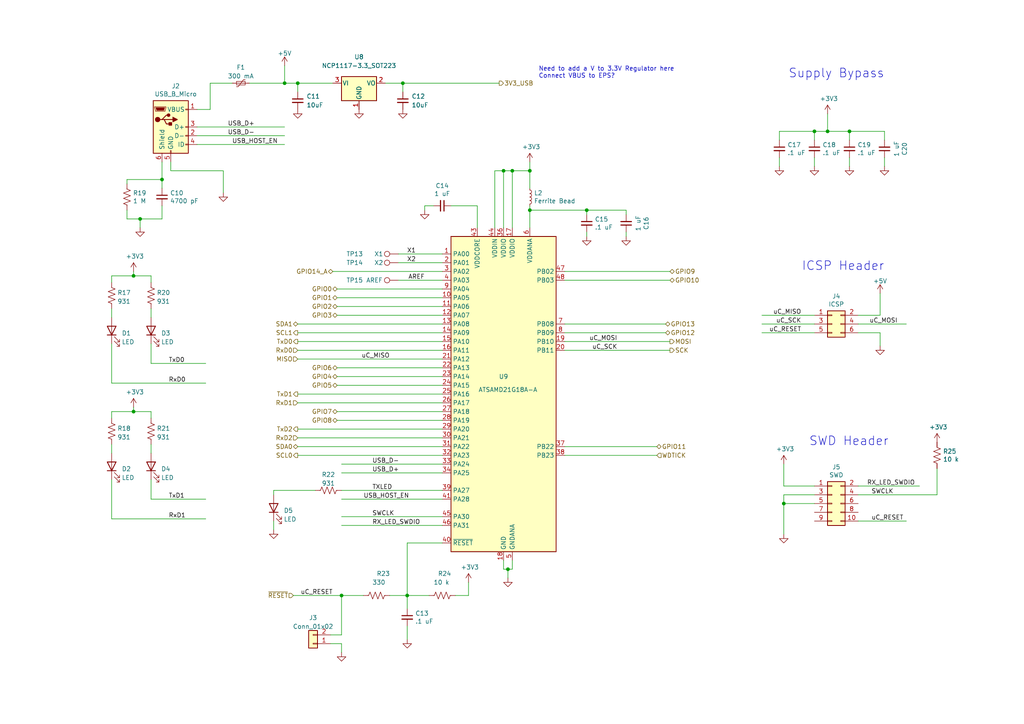
<source format=kicad_sch>
(kicad_sch (version 20211123) (generator eeschema)
  (paper "A4")
  (title_block (title "Avionics Board") (rev "A") (company "SilverSat Limited"))
  (lib_symbols
    (symbol "Avionics_Board-rescue:USB_B_Micro-Connector" (pin_names (offset 1.016))
      (property "Reference" "J" (at -5.08 11.43 0))
      (property "Value" "USB_B_Micro-Connector" (at -5.08 8.89 0))
      (symbol "USB_B_Micro-Connector_0_1"
        (rectangle (start -5.08 -7.62) (end 5.08 7.62) (stroke (width 0.254)) (fill (type background)))
        (circle (center -3.81 2.159) (radius 0.635) (stroke (width 0.254)) (fill (type outline)))
        (circle (center -0.635 3.429) (radius 0.381) (stroke (width 0.254)) (fill (type outline)))
        (rectangle (start -0.127 -7.62) (end 0.127 -6.858))
        (polyline (pts (xy -1.905 2.159) (xy 0.635 2.159)) (stroke (width 0.254)))
        (polyline (pts (xy -3.175 2.159) (xy -2.54 2.159) (xy -1.27 3.429) (xy -0.635 3.429)) (stroke (width 0.254)))
        (polyline (pts (xy -2.54 2.159) (xy -1.905 2.159) (xy -1.27 0.889) (xy 0 0.889)) (stroke (width 0.254)))
        (polyline (pts (xy 0.635 2.794) (xy 0.635 1.524) (xy 1.905 2.159) (xy 0.635 2.794)) (stroke (width 0.254)) (fill (type outline)))
        (polyline (pts (xy -4.318 5.588) (xy -1.778 5.588) (xy -2.032 4.826) (xy -4.064 4.826) (xy -4.318 5.588)) (fill (type outline)))
        (polyline (pts (xy -4.699 5.842) (xy -4.699 5.588) (xy -4.445 4.826) (xy -4.445 4.572) (xy -1.651 4.572) (xy -1.651 4.826) (xy -1.397 5.588) (xy -1.397 5.842) (xy -4.699 5.842)))
        (rectangle (start 0.254 1.27) (end -0.508 0.508) (stroke (width 0.254)) (fill (type outline)))
        (rectangle (start 5.08 -5.207) (end 4.318 -4.953))
        (rectangle (start 5.08 -2.667) (end 4.318 -2.413))
        (rectangle (start 5.08 -0.127) (end 4.318 0.127))
        (rectangle (start 5.08 4.953) (end 4.318 5.207))
      )
      (symbol "USB_B_Micro-Connector_1_1"
        (pin power_out line (at 7.62 5.08 180) (length 2.54) (name "VBUS") (number "1"))
        (pin passive line (at 7.62 -2.54 180) (length 2.54) (name "D-") (number "2"))
        (pin passive line (at 7.62 0 180) (length 2.54) (name "D+") (number "3"))
        (pin passive line (at 7.62 -5.08 180) (length 2.54) (name "ID") (number "4"))
        (pin power_out line (at 0 -10.16 90) (length 2.54) (name "GND") (number "5"))
        (pin passive line (at -2.54 -10.16 90) (length 2.54) (name "Shield") (number "6"))
      )
    )
    (symbol "Connector:TestPoint" (pin_numbers hide) (pin_names (offset 0.762) hide)
      (property "Reference" "TP" (at 0 6.858 0))
      (property "Value" "TestPoint" (at 0 5.08 0))
      (symbol "TestPoint_0_1"
        (circle (center 0 3.302) (radius 0.762))
      )
      (symbol "TestPoint_1_1"
        (pin passive line (at 0 0 90) (length 2.54) (name "1") (number "1"))
      )
    )
    (symbol "Connector_Generic:Conn_01x02" (pin_names (offset 1.016) hide)
      (property "Reference" "J" (at 0 2.54 0))
      (property "Value" "Conn_01x02" (at 0 -5.08 0))
      (symbol "Conn_01x02_1_1"
        (rectangle (start -1.27 -2.413) (end 0 -2.667) (stroke (width 0.1524)))
        (rectangle (start -1.27 0.127) (end 0 -0.127) (stroke (width 0.1524)))
        (rectangle (start -1.27 1.27) (end 1.27 -3.81) (stroke (width 0.254)) (fill (type background)))
        (pin passive line (at -5.08 0 0) (length 3.81) (name "Pin_1") (number "1"))
        (pin passive line (at -5.08 -2.54 0) (length 3.81) (name "Pin_2") (number "2"))
      )
    )
    (symbol "Connector_Generic:Conn_02x03_Odd_Even" (pin_names (offset 1.016) hide)
      (property "Reference" "J" (at 1.27 5.08 0))
      (property "Value" "Conn_02x03_Odd_Even" (at 1.27 -5.08 0))
      (symbol "Conn_02x03_Odd_Even_1_1"
        (rectangle (start -1.27 -2.413) (end 0 -2.667) (stroke (width 0.1524)))
        (rectangle (start -1.27 0.127) (end 0 -0.127) (stroke (width 0.1524)))
        (rectangle (start -1.27 2.667) (end 0 2.413) (stroke (width 0.1524)))
        (rectangle (start -1.27 3.81) (end 3.81 -3.81) (stroke (width 0.254)) (fill (type background)))
        (rectangle (start 3.81 -2.413) (end 2.54 -2.667) (stroke (width 0.1524)))
        (rectangle (start 3.81 0.127) (end 2.54 -0.127) (stroke (width 0.1524)))
        (rectangle (start 3.81 2.667) (end 2.54 2.413) (stroke (width 0.1524)))
        (pin passive line (at -5.08 2.54 0) (length 3.81) (name "Pin_1") (number "1"))
        (pin passive line (at 7.62 2.54 180) (length 3.81) (name "Pin_2") (number "2"))
        (pin passive line (at -5.08 0 0) (length 3.81) (name "Pin_3") (number "3"))
        (pin passive line (at 7.62 0 180) (length 3.81) (name "Pin_4") (number "4"))
        (pin passive line (at -5.08 -2.54 0) (length 3.81) (name "Pin_5") (number "5"))
        (pin passive line (at 7.62 -2.54 180) (length 3.81) (name "Pin_6") (number "6"))
      )
    )
    (symbol "Connector_Generic:Conn_02x05_Odd_Even" (pin_names (offset 1.016) hide)
      (property "Reference" "J" (at 1.27 7.62 0))
      (property "Value" "Conn_02x05_Odd_Even" (at 1.27 -7.62 0))
      (symbol "Conn_02x05_Odd_Even_1_1"
        (rectangle (start -1.27 -4.953) (end 0 -5.207) (stroke (width 0.1524)))
        (rectangle (start -1.27 -2.413) (end 0 -2.667) (stroke (width 0.1524)))
        (rectangle (start -1.27 0.127) (end 0 -0.127) (stroke (width 0.1524)))
        (rectangle (start -1.27 2.667) (end 0 2.413) (stroke (width 0.1524)))
        (rectangle (start -1.27 5.207) (end 0 4.953) (stroke (width 0.1524)))
        (rectangle (start -1.27 6.35) (end 3.81 -6.35) (stroke (width 0.254)) (fill (type background)))
        (rectangle (start 3.81 -4.953) (end 2.54 -5.207) (stroke (width 0.1524)))
        (rectangle (start 3.81 -2.413) (end 2.54 -2.667) (stroke (width 0.1524)))
        (rectangle (start 3.81 0.127) (end 2.54 -0.127) (stroke (width 0.1524)))
        (rectangle (start 3.81 2.667) (end 2.54 2.413) (stroke (width 0.1524)))
        (rectangle (start 3.81 5.207) (end 2.54 4.953) (stroke (width 0.1524)))
        (pin passive line (at -5.08 5.08 0) (length 3.81) (name "Pin_1") (number "1"))
        (pin passive line (at 7.62 -5.08 180) (length 3.81) (name "Pin_10") (number "10"))
        (pin passive line (at 7.62 5.08 180) (length 3.81) (name "Pin_2") (number "2"))
        (pin passive line (at -5.08 2.54 0) (length 3.81) (name "Pin_3") (number "3"))
        (pin passive line (at 7.62 2.54 180) (length 3.81) (name "Pin_4") (number "4"))
        (pin passive line (at -5.08 0 0) (length 3.81) (name "Pin_5") (number "5"))
        (pin passive line (at 7.62 0 180) (length 3.81) (name "Pin_6") (number "6"))
        (pin passive line (at -5.08 -2.54 0) (length 3.81) (name "Pin_7") (number "7"))
        (pin passive line (at 7.62 -2.54 180) (length 3.81) (name "Pin_8") (number "8"))
        (pin passive line (at -5.08 -5.08 0) (length 3.81) (name "Pin_9") (number "9"))
      )
    )
    (symbol "Device:C_Small" (pin_numbers hide) (pin_names (offset 0.254) hide)
      (property "Reference" "C" (at 0.254 1.778 0))
      (property "Value" "C_Small" (at 0.254 -2.032 0))
      (symbol "C_Small_0_1"
        (polyline (pts (xy -1.524 -0.508) (xy 1.524 -0.508)) (stroke (width 0.3302)))
        (polyline (pts (xy -1.524 0.508) (xy 1.524 0.508)) (stroke (width 0.3048)))
      )
      (symbol "C_Small_1_1"
        (pin passive line (at 0 2.54 270) (length 2.032) (name "~") (number "1"))
        (pin passive line (at 0 -2.54 90) (length 2.032) (name "~") (number "2"))
      )
    )
    (symbol "Device:LED" (pin_numbers hide) (pin_names (offset 1.016) hide)
      (property "Reference" "D" (at 0 2.54 0))
      (property "Value" "LED" (at 0 -2.54 0))
      (symbol "LED_0_1"
        (polyline (pts (xy -1.27 -1.27) (xy -1.27 1.27)) (stroke (width 0.254)))
        (polyline (pts (xy -1.27 0) (xy 1.27 0)))
        (polyline (pts (xy 1.27 -1.27) (xy 1.27 1.27) (xy -1.27 0) (xy 1.27 -1.27)) (stroke (width 0.254)))
        (polyline (pts (xy -3.048 -0.762) (xy -4.572 -2.286) (xy -3.81 -2.286) (xy -4.572 -2.286) (xy -4.572 -1.524)))
        (polyline (pts (xy -1.778 -0.762) (xy -3.302 -2.286) (xy -2.54 -2.286) (xy -3.302 -2.286) (xy -3.302 -1.524)))
      )
      (symbol "LED_1_1"
        (pin passive line (at -3.81 0 0) (length 2.54) (name "K") (number "1"))
        (pin passive line (at 3.81 0 180) (length 2.54) (name "A") (number "2"))
      )
    )
    (symbol "Device:L_Small" (pin_numbers hide) (pin_names (offset 0.254) hide)
      (property "Reference" "L" (at 0.762 1.016 0))
      (property "Value" "L_Small" (at 0.762 -1.016 0))
      (symbol "L_Small_0_1"
        (arc (start 0 -2.032) (mid 0.508 -1.524) (end 0 -1.016))
        (arc (start 0 -1.016) (mid 0.508 -0.508) (end 0 0))
        (arc (start 0 0) (mid 0.508 0.508) (end 0 1.016))
        (arc (start 0 1.016) (mid 0.508 1.524) (end 0 2.032))
      )
      (symbol "L_Small_1_1"
        (pin passive line (at 0 2.54 270) (length 0.508) (name "~") (number "1"))
        (pin passive line (at 0 -2.54 90) (length 0.508) (name "~") (number "2"))
      )
    )
    (symbol "Device:Polyfuse_Small" (pin_numbers hide) (pin_names (offset 0))
      (property "Reference" "F" (at -1.905 0 90))
      (property "Value" "Polyfuse_Small" (at 1.905 0 90))
      (symbol "Polyfuse_Small_0_1"
        (rectangle (start -0.508 1.27) (end 0.508 -1.27))
        (polyline (pts (xy 0 2.54) (xy 0 -2.54)))
        (polyline (pts (xy -1.016 1.27) (xy -1.016 0.762) (xy 1.016 -0.762) (xy 1.016 -1.27)))
      )
      (symbol "Polyfuse_Small_1_1"
        (pin passive line (at 0 2.54 270) (length 0.635) (name "~") (number "1"))
        (pin passive line (at 0 -2.54 90) (length 0.635) (name "~") (number "2"))
      )
    )
    (symbol "Device:R_US" (pin_numbers hide) (pin_names (offset 0))
      (property "Reference" "R" (at 2.54 0 90))
      (property "Value" "R_US" (at -2.54 0 90))
      (symbol "R_US_0_1"
        (polyline (pts (xy 0 -2.286) (xy 0 -2.54)))
        (polyline (pts (xy 0 2.286) (xy 0 2.54)))
        (polyline (pts (xy 0 -0.762) (xy 1.016 -1.143) (xy 0 -1.524) (xy -1.016 -1.905) (xy 0 -2.286)))
        (polyline (pts (xy 0 0.762) (xy 1.016 0.381) (xy 0 0) (xy -1.016 -0.381) (xy 0 -0.762)))
        (polyline (pts (xy 0 2.286) (xy 1.016 1.905) (xy 0 1.524) (xy -1.016 1.143) (xy 0 0.762)))
      )
      (symbol "R_US_1_1"
        (pin passive line (at 0 3.81 270) (length 1.27) (name "~") (number "1"))
        (pin passive line (at 0 -3.81 90) (length 1.27) (name "~") (number "2"))
      )
    )
    (symbol "MCU_Microchip_SAMD:ATSAMD21G18A-A"
      (property "Reference" "U" (at -13.97 46.99 0))
      (property "Value" "ATSAMD21G18A-A" (at 16.51 46.99 0))
      (symbol "ATSAMD21G18A-A_0_1"
        (rectangle (start -15.24 45.72) (end 15.24 -45.72) (stroke (width 0.254)) (fill (type background)))
      )
      (symbol "ATSAMD21G18A-A_1_1"
        (pin bidirectional line (at -17.78 40.64 0) (length 2.54) (name "PA00") (number "1"))
        (pin bidirectional line (at -17.78 27.94 0) (length 2.54) (name "PA05") (number "10"))
        (pin bidirectional line (at -17.78 25.4 0) (length 2.54) (name "PA06") (number "11"))
        (pin bidirectional line (at -17.78 22.86 0) (length 2.54) (name "PA07") (number "12"))
        (pin bidirectional line (at -17.78 20.32 0) (length 2.54) (name "PA08") (number "13"))
        (pin bidirectional line (at -17.78 17.78 0) (length 2.54) (name "PA09") (number "14"))
        (pin bidirectional line (at -17.78 15.24 0) (length 2.54) (name "PA10") (number "15"))
        (pin bidirectional line (at -17.78 12.7 0) (length 2.54) (name "PA11") (number "16"))
        (pin power_in line (at 2.54 48.26 270) (length 2.54) (name "VDDIO") (number "17"))
        (pin power_in line (at 0 -48.26 90) (length 2.54) (name "GND") (number "18"))
        (pin bidirectional line (at 17.78 15.24 180) (length 2.54) (name "PB10") (number "19"))
        (pin bidirectional line (at -17.78 38.1 0) (length 2.54) (name "PA01") (number "2"))
        (pin bidirectional line (at 17.78 12.7 180) (length 2.54) (name "PB11") (number "20"))
        (pin bidirectional line (at -17.78 10.16 0) (length 2.54) (name "PA12") (number "21"))
        (pin bidirectional line (at -17.78 7.62 0) (length 2.54) (name "PA13") (number "22"))
        (pin bidirectional line (at -17.78 5.08 0) (length 2.54) (name "PA14") (number "23"))
        (pin bidirectional line (at -17.78 2.54 0) (length 2.54) (name "PA15") (number "24"))
        (pin bidirectional line (at -17.78 0 0) (length 2.54) (name "PA16") (number "25"))
        (pin bidirectional line (at -17.78 -2.54 0) (length 2.54) (name "PA17") (number "26"))
        (pin bidirectional line (at -17.78 -5.08 0) (length 2.54) (name "PA18") (number "27"))
        (pin bidirectional line (at -17.78 -7.62 0) (length 2.54) (name "PA19") (number "28"))
        (pin bidirectional line (at -17.78 -10.16 0) (length 2.54) (name "PA20") (number "29"))
        (pin bidirectional line (at -17.78 35.56 0) (length 2.54) (name "PA02") (number "3"))
        (pin bidirectional line (at -17.78 -12.7 0) (length 2.54) (name "PA21") (number "30"))
        (pin bidirectional line (at -17.78 -15.24 0) (length 2.54) (name "PA22") (number "31"))
        (pin bidirectional line (at -17.78 -17.78 0) (length 2.54) (name "PA23") (number "32"))
        (pin bidirectional line (at -17.78 -20.32 0) (length 2.54) (name "PA24") (number "33"))
        (pin bidirectional line (at -17.78 -22.86 0) (length 2.54) (name "PA25") (number "34"))
        (pin passive line (at 0 -48.26 90) (length 2.54) hide (name "GND") (number "35"))
        (pin power_in line (at 0 48.26 270) (length 2.54) (name "VDDIO") (number "36"))
        (pin bidirectional line (at 17.78 -15.24 180) (length 2.54) (name "PB22") (number "37"))
        (pin bidirectional line (at 17.78 -17.78 180) (length 2.54) (name "PB23") (number "38"))
        (pin bidirectional line (at -17.78 -27.94 0) (length 2.54) (name "PA27") (number "39"))
        (pin bidirectional line (at -17.78 33.02 0) (length 2.54) (name "PA03") (number "4"))
        (pin input line (at -17.78 -43.18 0) (length 2.54) (name "~{RESET}") (number "40"))
        (pin bidirectional line (at -17.78 -30.48 0) (length 2.54) (name "PA28") (number "41"))
        (pin passive line (at 0 -48.26 90) (length 2.54) hide (name "GND") (number "42"))
        (pin power_out line (at -7.62 48.26 270) (length 2.54) (name "VDDCORE") (number "43"))
        (pin power_in line (at -2.54 48.26 270) (length 2.54) (name "VDDIN") (number "44"))
        (pin bidirectional line (at -17.78 -35.56 0) (length 2.54) (name "PA30") (number "45"))
        (pin bidirectional line (at -17.78 -38.1 0) (length 2.54) (name "PA31") (number "46"))
        (pin bidirectional line (at 17.78 35.56 180) (length 2.54) (name "PB02") (number "47"))
        (pin bidirectional line (at 17.78 33.02 180) (length 2.54) (name "PB03") (number "48"))
        (pin power_in line (at 2.54 -48.26 90) (length 2.54) (name "GNDANA") (number "5"))
        (pin power_in line (at 7.62 48.26 270) (length 2.54) (name "VDDANA") (number "6"))
        (pin bidirectional line (at 17.78 20.32 180) (length 2.54) (name "PB08") (number "7"))
        (pin bidirectional line (at 17.78 17.78 180) (length 2.54) (name "PB09") (number "8"))
        (pin bidirectional line (at -17.78 30.48 0) (length 2.54) (name "PA04") (number "9"))
      )
    )
    (symbol "Regulator_Linear:NCP1117-3.3_SOT223" (pin_names (offset 0.254))
      (property "Reference" "U" (at -3.81 3.175 0))
      (property "Value" "NCP1117-3.3_SOT223" (at 0 3.175 0))
      (symbol "NCP1117-3.3_SOT223_0_1"
        (rectangle (start -5.08 -5.08) (end 5.08 1.905) (stroke (width 0.254)) (fill (type background)))
      )
      (symbol "NCP1117-3.3_SOT223_1_1"
        (pin power_in line (at 0 -7.62 90) (length 2.54) (name "GND") (number "1"))
        (pin power_out line (at 7.62 0 180) (length 2.54) (name "VO") (number "2"))
        (pin power_in line (at -7.62 0 0) (length 2.54) (name "VI") (number "3"))
      )
    )
    (symbol "power:+3.3V" (power) (pin_names (offset 0))
      (property "Value" "+3.3V" (at 0 3.556 0))
      (symbol "+3.3V_0_1"
        (polyline (pts (xy -0.762 1.27) (xy 0 2.54)))
        (polyline (pts (xy 0 0) (xy 0 2.54)))
        (polyline (pts (xy 0 2.54) (xy 0.762 1.27)))
      )
      (symbol "+3.3V_1_1"
        (pin power_in line (at 0 0 90) (length 0) hide (name "+3V3") (number "1"))
      )
    )
    (symbol "power:+5V" (power) (pin_names (offset 0))
      (property "Value" "+5V" (at 0 3.556 0))
      (symbol "+5V_0_1"
        (polyline (pts (xy -0.762 1.27) (xy 0 2.54)))
        (polyline (pts (xy 0 0) (xy 0 2.54)))
        (polyline (pts (xy 0 2.54) (xy 0.762 1.27)))
      )
      (symbol "+5V_1_1"
        (pin power_in line (at 0 0 90) (length 0) hide (name "+5V") (number "1"))
      )
    )
    (symbol "power:GND" (power) (pin_names (offset 0))
      (property "Value" "GND" (at 0 -3.81 0))
      (symbol "GND_0_1"
        (polyline (pts (xy 0 0) (xy 0 -1.27) (xy 1.27 -1.27) (xy 0 -2.54) (xy -1.27 -1.27) (xy 0 -1.27)))
      )
      (symbol "GND_1_1"
        (pin power_in line (at 0 0 270) (length 0) hide (name "GND") (number "1"))
      )
    )
  )
  (junction (at 236.22 38.1))
  (junction (at 86.36 24.13))
  (junction (at 82.55 24.13))
  (junction (at 227.33 146.05))
  (junction (at 118.11 172.72))
  (junction (at 99.06 172.72))
  (junction (at 38.735 80.01))
  (junction (at 46.99 52.07))
  (junction (at 116.84 24.13))
  (junction (at 153.67 49.53))
  (junction (at 146.05 49.53))
  (junction (at 40.64 63.5))
  (junction (at 148.59 49.53))
  (junction (at 170.18 60.96))
  (junction (at 246.38 38.1))
  (junction (at 147.32 165.1))
  (junction (at 153.67 60.96))
  (junction (at 38.735 119.38))
  (junction (at 240.03 38.1))
  (wire (pts (xy 111.76 24.13) (xy 116.84 24.13)))
  (wire (pts (xy 226.06 45.72) (xy 226.06 48.26)))
  (wire (pts (xy 38.735 118.11) (xy 38.735 119.38)))
  (wire (pts (xy 236.22 96.52) (xy 220.98 96.52)))
  (wire (pts (xy 146.05 66.04) (xy 146.05 49.53)))
  (wire (pts (xy 38.735 119.38) (xy 43.815 119.38)))
  (wire (pts (xy 97.79 106.68) (xy 128.27 106.68)))
  (wire (pts (xy 97.79 91.44) (xy 128.27 91.44)))
  (wire (pts (xy 170.18 62.23) (xy 170.18 60.96)))
  (wire (pts (xy 95.885 186.69) (xy 99.06 186.69)))
  (wire (pts (xy 128.27 76.2) (xy 115.57 76.2)))
  (wire (pts (xy 97.79 111.76) (xy 128.27 111.76)))
  (wire (pts (xy 236.22 93.98) (xy 220.98 93.98)))
  (wire (pts (xy 148.59 66.04) (xy 148.59 49.53)))
  (wire (pts (xy 36.83 52.07) (xy 36.83 53.34)))
  (wire (pts (xy 57.15 31.75) (xy 60.96 31.75)))
  (wire (pts (xy 105.41 172.72) (xy 99.06 172.72)))
  (wire (pts (xy 128.27 142.24) (xy 99.06 142.24)))
  (wire (pts (xy 49.53 49.53) (xy 64.77 49.53)))
  (wire (pts (xy 128.27 137.16) (xy 99.06 137.16)))
  (wire (pts (xy 236.22 146.05) (xy 227.33 146.05)))
  (wire (pts (xy 46.99 54.61) (xy 46.99 52.07)))
  (wire (pts (xy 147.32 167.64) (xy 147.32 165.1)))
  (wire (pts (xy 128.27 81.28) (xy 115.57 81.28)))
  (wire (pts (xy 46.99 52.07) (xy 36.83 52.07)))
  (wire (pts (xy 123.19 59.69) (xy 125.73 59.69)))
  (wire (pts (xy 128.27 78.74) (xy 96.52 78.74)))
  (wire (pts (xy 97.79 119.38) (xy 128.27 119.38)))
  (wire (pts (xy 236.22 38.1) (xy 240.03 38.1)))
  (wire (pts (xy 240.03 33.02) (xy 240.03 38.1)))
  (wire (pts (xy 240.03 38.1) (xy 246.38 38.1)))
  (wire (pts (xy 128.27 114.3) (xy 86.36 114.3)))
  (wire (pts (xy 256.54 38.1) (xy 246.38 38.1)))
  (wire (pts (xy 43.815 105.41) (xy 59.69 105.41)))
  (wire (pts (xy 181.61 62.23) (xy 181.61 60.96)))
  (wire (pts (xy 148.59 49.53) (xy 153.67 49.53)))
  (wire (pts (xy 128.27 101.6) (xy 86.36 101.6)))
  (wire (pts (xy 32.385 121.285) (xy 32.385 119.38)))
  (wire (pts (xy 86.36 127) (xy 128.27 127)))
  (wire (pts (xy 128.27 83.82) (xy 97.79 83.82)))
  (wire (pts (xy 38.735 78.74) (xy 38.735 80.01)))
  (wire (pts (xy 128.27 121.92) (xy 97.79 121.92)))
  (wire (pts (xy 128.27 104.14) (xy 86.36 104.14)))
  (wire (pts (xy 143.51 49.53) (xy 146.05 49.53)))
  (wire (pts (xy 116.84 24.13) (xy 144.78 24.13)))
  (wire (pts (xy 57.15 41.91) (xy 82.55 41.91)))
  (wire (pts (xy 163.83 81.28) (xy 194.31 81.28)))
  (wire (pts (xy 236.22 143.51) (xy 227.33 143.51)))
  (wire (pts (xy 49.53 46.99) (xy 49.53 49.53)))
  (wire (pts (xy 227.33 143.51) (xy 227.33 146.05)))
  (wire (pts (xy 128.27 88.9) (xy 97.79 88.9)))
  (wire (pts (xy 60.96 31.75) (xy 60.96 24.13)))
  (wire (pts (xy 128.27 134.62) (xy 99.06 134.62)))
  (wire (pts (xy 82.55 24.13) (xy 82.55 19.05)))
  (wire (pts (xy 128.27 149.86) (xy 99.06 149.86)))
  (wire (pts (xy 153.67 66.04) (xy 153.67 60.96)))
  (wire (pts (xy 248.92 143.51) (xy 271.78 143.51)))
  (wire (pts (xy 36.83 60.96) (xy 36.83 63.5)))
  (wire (pts (xy 163.83 96.52) (xy 193.04 96.52)))
  (wire (pts (xy 236.22 45.72) (xy 236.22 48.26)))
  (wire (pts (xy 38.735 80.01) (xy 43.815 80.01)))
  (wire (pts (xy 163.83 99.06) (xy 194.31 99.06)))
  (wire (pts (xy 135.89 168.91) (xy 135.89 172.72)))
  (wire (pts (xy 271.78 143.51) (xy 271.78 135.89)))
  (wire (pts (xy 135.89 172.72) (xy 132.08 172.72)))
  (wire (pts (xy 40.64 63.5) (xy 46.99 63.5)))
  (wire (pts (xy 32.385 80.01) (xy 38.735 80.01)))
  (wire (pts (xy 143.51 66.04) (xy 143.51 49.53)))
  (wire (pts (xy 147.32 165.1) (xy 148.59 165.1)))
  (wire (pts (xy 146.05 49.53) (xy 148.59 49.53)))
  (wire (pts (xy 43.815 89.535) (xy 43.815 92.075)))
  (wire (pts (xy 153.67 46.99) (xy 153.67 49.53)))
  (wire (pts (xy 248.92 96.52) (xy 255.27 96.52)))
  (wire (pts (xy 248.92 151.13) (xy 262.89 151.13)))
  (wire (pts (xy 170.18 68.58) (xy 170.18 67.31)))
  (wire (pts (xy 79.375 142.24) (xy 79.375 143.51)))
  (wire (pts (xy 72.39 24.13) (xy 82.55 24.13)))
  (wire (pts (xy 32.385 81.915) (xy 32.385 80.01)))
  (wire (pts (xy 32.385 119.38) (xy 38.735 119.38)))
  (wire (pts (xy 43.815 99.695) (xy 43.815 105.41)))
  (wire (pts (xy 32.385 99.695) (xy 32.385 111.125)))
  (wire (pts (xy 86.36 96.52) (xy 128.27 96.52)))
  (wire (pts (xy 99.06 172.72) (xy 99.06 184.15)))
  (wire (pts (xy 32.385 128.905) (xy 32.385 131.445)))
  (wire (pts (xy 40.64 66.04) (xy 40.64 63.5)))
  (wire (pts (xy 36.83 63.5) (xy 40.64 63.5)))
  (wire (pts (xy 118.11 172.72) (xy 113.03 172.72)))
  (wire (pts (xy 128.27 144.78) (xy 99.06 144.78)))
  (wire (pts (xy 227.33 140.97) (xy 227.33 134.62)))
  (wire (pts (xy 236.22 40.64) (xy 236.22 38.1)))
  (wire (pts (xy 46.99 46.99) (xy 46.99 52.07)))
  (wire (pts (xy 146.05 165.1) (xy 147.32 165.1)))
  (wire (pts (xy 86.36 24.13) (xy 86.36 26.67)))
  (wire (pts (xy 128.27 132.08) (xy 86.36 132.08)))
  (wire (pts (xy 32.385 111.125) (xy 59.69 111.125)))
  (wire (pts (xy 118.11 172.72) (xy 118.11 176.53)))
  (wire (pts (xy 96.52 24.13) (xy 86.36 24.13)))
  (wire (pts (xy 86.36 93.98) (xy 128.27 93.98)))
  (wire (pts (xy 163.83 132.08) (xy 190.5 132.08)))
  (wire (pts (xy 32.385 150.495) (xy 59.69 150.495)))
  (wire (pts (xy 128.27 116.84) (xy 86.36 116.84)))
  (wire (pts (xy 248.92 140.97) (xy 266.7 140.97)))
  (wire (pts (xy 95.885 184.15) (xy 99.06 184.15)))
  (wire (pts (xy 116.84 24.13) (xy 116.84 26.67)))
  (wire (pts (xy 138.43 66.04) (xy 138.43 59.69)))
  (wire (pts (xy 43.815 80.01) (xy 43.815 81.915)))
  (wire (pts (xy 138.43 59.69) (xy 130.81 59.69)))
  (wire (pts (xy 227.33 146.05) (xy 227.33 154.94)))
  (wire (pts (xy 32.385 139.065) (xy 32.385 150.495)))
  (wire (pts (xy 57.15 39.37) (xy 82.55 39.37)))
  (wire (pts (xy 256.54 38.1) (xy 256.54 40.64)))
  (wire (pts (xy 124.46 172.72) (xy 118.11 172.72)))
  (wire (pts (xy 86.36 124.46) (xy 128.27 124.46)))
  (wire (pts (xy 163.83 129.54) (xy 190.5 129.54)))
  (wire (pts (xy 118.11 185.42) (xy 118.11 181.61)))
  (wire (pts (xy 246.38 45.72) (xy 246.38 48.26)))
  (wire (pts (xy 43.815 119.38) (xy 43.815 121.285)))
  (wire (pts (xy 181.61 68.58) (xy 181.61 67.31)))
  (wire (pts (xy 128.27 99.06) (xy 86.36 99.06)))
  (wire (pts (xy 43.815 128.905) (xy 43.815 131.445)))
  (wire (pts (xy 32.385 89.535) (xy 32.385 92.075)))
  (wire (pts (xy 46.99 63.5) (xy 46.99 59.69)))
  (wire (pts (xy 64.77 49.53) (xy 64.77 55.88)))
  (wire (pts (xy 118.11 157.48) (xy 128.27 157.48)))
  (wire (pts (xy 97.79 86.36) (xy 128.27 86.36)))
  (wire (pts (xy 43.815 139.065) (xy 43.815 144.78)))
  (wire (pts (xy 60.96 24.13) (xy 67.31 24.13)))
  (wire (pts (xy 170.18 60.96) (xy 153.67 60.96)))
  (wire (pts (xy 97.79 109.22) (xy 128.27 109.22)))
  (wire (pts (xy 86.36 129.54) (xy 128.27 129.54)))
  (wire (pts (xy 85.09 172.72) (xy 99.06 172.72)))
  (wire (pts (xy 123.19 60.96) (xy 123.19 59.69)))
  (wire (pts (xy 236.22 140.97) (xy 227.33 140.97)))
  (wire (pts (xy 148.59 165.1) (xy 148.59 162.56)))
  (wire (pts (xy 99.06 186.69) (xy 99.06 189.23)))
  (wire (pts (xy 146.05 162.56) (xy 146.05 165.1)))
  (wire (pts (xy 255.27 96.52) (xy 255.27 100.33)))
  (wire (pts (xy 91.44 142.24) (xy 79.375 142.24)))
  (wire (pts (xy 226.06 40.64) (xy 226.06 38.1)))
  (wire (pts (xy 82.55 24.13) (xy 86.36 24.13)))
  (wire (pts (xy 181.61 60.96) (xy 170.18 60.96)))
  (wire (pts (xy 128.27 152.4) (xy 99.06 152.4)))
  (wire (pts (xy 79.375 151.13) (xy 79.375 153.67)))
  (wire (pts (xy 163.83 101.6) (xy 194.31 101.6)))
  (wire (pts (xy 256.54 48.26) (xy 256.54 45.72)))
  (wire (pts (xy 153.67 54.61) (xy 153.67 49.53)))
  (wire (pts (xy 236.22 91.44) (xy 220.98 91.44)))
  (wire (pts (xy 118.11 157.48) (xy 118.11 172.72)))
  (wire (pts (xy 43.815 144.78) (xy 59.69 144.78)))
  (wire (pts (xy 246.38 38.1) (xy 246.38 40.64)))
  (wire (pts (xy 248.92 93.98) (xy 262.89 93.98)))
  (wire (pts (xy 255.27 91.44) (xy 255.27 85.09)))
  (wire (pts (xy 153.67 60.96) (xy 153.67 59.69)))
  (wire (pts (xy 163.83 78.74) (xy 194.31 78.74)))
  (wire (pts (xy 128.27 73.66) (xy 115.57 73.66)))
  (wire (pts (xy 226.06 38.1) (xy 236.22 38.1)))
  (wire (pts (xy 163.83 93.98) (xy 193.04 93.98)))
  (wire (pts (xy 57.15 36.83) (xy 82.55 36.83)))
  (wire (pts (xy 248.92 91.44) (xy 255.27 91.44)))
  (text "Need to add a V to 3.3V Regulator here\nConnect VBUS to EPS?" (at 156.21 22.86 0) (effects (font (size 1.27 1.27)) (justify left bottom)))
  (text "ICSP Header" (at 256.54 78.74 180) (effects (font (size 2.54 2.54)) (justify right bottom)))
  (text "SWD Header" (at 257.81 129.54 180) (effects (font (size 2.54 2.54)) (justify right bottom)))
  (text "Supply Bypass" (at 256.54 22.86 180) (effects (font (size 2.54 2.54)) (justify right bottom)))
  (label "X1" (at 120.65 73.66 180))
  (label "USB_D+" (at 107.95 137.16 0))
  (label "uC_RESET" (at 252.73 151.13 0))
  (label "USB_HOST_EN" (at 105.41 144.78 0))
  (label "RX_LED_SWDIO" (at 251.46 140.97 0))
  (label "RX_LED_SWDIO" (at 107.95 152.4 0))
  (label "RxD1" (at 48.895 150.495 0))
  (label "SWCLK" (at 252.73 143.51 0))
  (label "TXLED" (at 107.95 142.24 0))
  (label "AREF" (at 123.19 81.28 180))
  (label "TxD0" (at 48.895 105.41 0))
  (label "uC_MOSI" (at 260.35 93.98 180))
  (label "uC_SCK" (at 179.07 101.6 180))
  (label "USB_D-" (at 107.95 134.62 0))
  (label "uC_MOSI" (at 179.07 99.06 180))
  (label "uC_SCK" (at 232.41 93.98 180))
  (label "SWCLK" (at 107.95 149.86 0))
  (label "uC_MISO" (at 232.41 91.44 180))
  (label "RxD0" (at 48.895 111.125 0))
  (label "X2" (at 120.65 76.2 180))
  (label "TxD1" (at 48.895 144.78 0))
  (label "USB_HOST_EN" (at 67.31 41.91 0))
  (label "uC_MISO" (at 113.03 104.14 180))
  (label "USB_D+" (at 66.04 36.83 0))
  (label "USB_D-" (at 66.04 39.37 0))
  (label "uC_RESET" (at 96.52 172.72 180))
  (label "uC_RESET" (at 232.41 96.52 180))
  (hierarchical_label "GPIO6" (shape bidirectional) (at 97.79 106.68 180))
  (hierarchical_label "GPIO2" (shape bidirectional) (at 97.79 88.9 180))
  (hierarchical_label "3V3_USB" (shape output) (at 144.78 24.13 0))
  (hierarchical_label "GPIO13" (shape bidirectional) (at 193.04 93.98 0))
  (hierarchical_label "GPIO9" (shape bidirectional) (at 194.31 78.74 0))
  (hierarchical_label "GPIO3" (shape bidirectional) (at 97.79 91.44 180))
  (hierarchical_label "GPIO11" (shape bidirectional) (at 190.5 129.54 0))
  (hierarchical_label "SCL0" (shape output) (at 86.36 132.08 180))
  (hierarchical_label "GPIO1" (shape bidirectional) (at 97.79 86.36 180))
  (hierarchical_label "GPIO4" (shape bidirectional) (at 97.79 109.22 180))
  (hierarchical_label "SCK" (shape output) (at 194.31 101.6 0))
  (hierarchical_label "GPIO10" (shape bidirectional) (at 194.31 81.28 0))
  (hierarchical_label "RxD2" (shape input) (at 86.36 127 180))
  (hierarchical_label "RxD0" (shape input) (at 86.36 101.6 180))
  (hierarchical_label "MISO" (shape input) (at 86.36 104.14 180))
  (hierarchical_label "SDA1" (shape bidirectional) (at 86.36 93.98 180))
  (hierarchical_label "~{RESET}" (shape input) (at 85.09 172.72 180))
  (hierarchical_label "GPIO7" (shape bidirectional) (at 97.79 119.38 180))
  (hierarchical_label "TxD0" (shape output) (at 86.36 99.06 180))
  (hierarchical_label "WDTICK" (shape input) (at 190.5 132.08 0))
  (hierarchical_label "GPIO5" (shape bidirectional) (at 97.79 111.76 180))
  (hierarchical_label "TxD2" (shape output) (at 86.36 124.46 180))
  (hierarchical_label "GPIO0" (shape bidirectional) (at 97.79 83.82 180))
  (hierarchical_label "MOSI" (shape output) (at 194.31 99.06 0))
  (hierarchical_label "GPIO14_A" (shape bidirectional) (at 96.52 78.74 180))
  (hierarchical_label "GPIO12" (shape bidirectional) (at 193.04 96.52 0))
  (hierarchical_label "TxD1" (shape output) (at 86.36 114.3 180))
  (hierarchical_label "RxD1" (shape input) (at 86.36 116.84 180))
  (hierarchical_label "GPIO8" (shape bidirectional) (at 97.79 121.92 180))
  (hierarchical_label "SDA0" (shape bidirectional) (at 86.36 129.54 180))
  (hierarchical_label "SCL1" (shape output) (at 86.36 96.52 180))
  (symbol (lib_id "MCU_Microchip_SAMD:ATSAMD21G18A-A") (at 146.05 114.3 0) (unit 1)
    (property "Reference" "U9" (at 146.05 109.22 0))
    (property "Value" "ATSAMD21G18A-A" (at 147.32 113.03 0))
    (property "Footprint" "Package_QFP:TQFP-48_7x7mm_P0.5mm" (effects hide))
    (property "Datasheet" "http://ww1.microchip.com/downloads/en/DeviceDoc/SAM_D21_DA1_Family_Data%20Sheet_DS40001882E.pdf" (effects hide))
    (property "Manufacturer" "Microchip" (effects hide))
  )
  (symbol (lib_id "Device:L_Small") (at 153.67 57.15 0) (unit 1)
    (property "Reference" "L2" (at 154.8892 55.9816 0) (effects (justify left)))
    (property "Value" "Ferrite Bead" (at 154.8892 58.293 0) (effects (justify left)))
    (property "Footprint" "Inductor_SMD:L_0603_1608Metric" (effects hide))
    (property "Part_Number" "BLM18SP102SH1D" (effects hide))
    (property "Manufacturer" "Murata" (effects hide))
  )
  (symbol (lib_id "Device:C_Small") (at 128.27 59.69 270) (unit 1)
    (property "Reference" "C14" (at 128.27 53.8734 90))
    (property "Value" "1 uF" (at 128.27 56.1848 90))
    (property "Footprint" "Capacitor_SMD:C_1206_3216Metric" (effects hide))
    (property "Part_Number" "12065C105M4Z2A" (effects hide))
    (property "Manufacturer" "AVX" (effects hide))
  )
  (symbol (lib_id "Device:C_Small") (at 170.18 64.77 0) (unit 1)
    (property "Reference" "C15" (at 172.5168 63.6016 0) (effects (justify left)))
    (property "Value" ".1 uF" (at 172.5168 65.913 0) (effects (justify left)))
    (property "Footprint" "Capacitor_SMD:C_0603_1608Metric" (effects hide))
  )
  (symbol (lib_id "Device:C_Small") (at 226.06 43.18 0) (unit 1)
    (property "Reference" "C17" (at 228.3968 42.0116 0) (effects (justify left)))
    (property "Value" ".1 uF" (at 228.3968 44.323 0) (effects (justify left)))
    (property "Footprint" "Capacitor_SMD:C_0603_1608Metric" (effects hide))
  )
  (symbol (lib_id "Device:C_Small") (at 236.22 43.18 0) (unit 1)
    (property "Reference" "C18" (at 238.5568 42.0116 0) (effects (justify left)))
    (property "Value" ".1 uF" (at 238.5568 44.323 0) (effects (justify left)))
    (property "Footprint" "Capacitor_SMD:C_0603_1608Metric" (effects hide))
  )
  (symbol (lib_id "Device:C_Small") (at 246.38 43.18 0) (unit 1)
    (property "Reference" "C19" (at 248.7168 42.0116 0) (effects (justify left)))
    (property "Value" ".1 uF" (at 248.7168 44.323 0) (effects (justify left)))
    (property "Footprint" "Capacitor_SMD:C_0603_1608Metric" (effects hide))
  )
  (symbol (lib_id "power:GND") (at 226.06 48.26 0) (unit 1)
    (property "Reference" "#PWR0122" (effects hide))
    (property "Value" "GND" (effects hide))
  )
  (symbol (lib_id "power:GND") (at 236.22 48.26 0) (unit 1)
    (property "Reference" "#PWR0127" (effects hide))
    (property "Value" "GND" (effects hide))
  )
  (symbol (lib_id "power:GND") (at 246.38 48.26 0) (unit 1)
    (property "Reference" "#PWR0125" (effects hide))
    (property "Value" "GND" (effects hide))
  )
  (symbol (lib_id "power:GND") (at 170.18 68.58 0) (unit 1)
    (property "Reference" "#PWR0117" (effects hide))
    (property "Value" "GND" (effects hide))
  )
  (symbol (lib_id "power:GND") (at 123.19 60.96 0) (unit 1)
    (property "Reference" "#PWR0133" (effects hide))
    (property "Value" "GND" (effects hide))
  )
  (symbol (lib_id "power:+3.3V") (at 153.67 46.99 0) (unit 1)
    (property "Reference" "#PWR0118" (effects hide))
    (property "Value" "+3.3V" (at 154.051 42.5958 0))
  )
  (symbol (lib_id "power:GND") (at 147.32 167.64 0) (unit 1)
    (property "Reference" "#PWR0131" (effects hide))
    (property "Value" "GND" (effects hide))
  )
  (symbol (lib_id "power:GND") (at 181.61 68.58 0) (unit 1)
    (property "Reference" "#PWR0119" (effects hide))
    (property "Value" "GND" (effects hide))
  )
  (symbol (lib_id "Device:R_US") (at 128.27 172.72 270) (unit 1)
    (property "Reference" "R24" (at 127 166.37 90) (effects (justify left)))
    (property "Value" "10 k" (at 125.73 168.91 90) (effects (justify left)))
    (property "Footprint" "Resistor_SMD:R_0603_1608Metric" (effects hide))
  )
  (symbol (lib_id "power:+3.3V") (at 135.89 168.91 0) (unit 1)
    (property "Reference" "#PWR0130" (effects hide))
    (property "Value" "+3.3V" (at 136.271 164.5158 0))
  )
  (symbol (lib_id "Device:R_US") (at 109.22 172.72 270) (unit 1)
    (property "Reference" "R23" (at 109.22 166.37 90) (effects (justify left)))
    (property "Value" "330" (at 107.95 168.91 90) (effects (justify left)))
    (property "Footprint" "Resistor_SMD:R_0603_1608Metric" (effects hide))
  )
  (symbol (lib_id "power:GND") (at 99.06 189.23 0) (unit 1)
    (property "Reference" "#PWR0128" (effects hide))
    (property "Value" "GND" (effects hide))
  )
  (symbol (lib_id "Device:C_Small") (at 118.11 179.07 0) (unit 1)
    (property "Reference" "C13" (at 120.4468 177.9016 0) (effects (justify left)))
    (property "Value" ".1 uF" (at 120.4468 180.213 0) (effects (justify left)))
    (property "Footprint" "Capacitor_SMD:C_0603_1608Metric" (effects hide))
  )
  (symbol (lib_id "power:GND") (at 118.11 185.42 0) (unit 1)
    (property "Reference" "#PWR0129" (effects hide))
    (property "Value" "GND" (effects hide))
  )
  (symbol (lib_id "Avionics_Board-rescue:USB_B_Micro-Connector") (at 49.53 36.83 0) (unit 1)
    (property "Reference" "J2" (at 50.9778 24.9682 0))
    (property "Value" "USB_B_Micro" (at 50.9778 27.2796 0))
    (property "Footprint" "Connector_USB:USB_Micro-B_Molex-105017-0001" (effects hide))
    (property "Part_Number" "105017-0001" (effects hide))
    (property "Manufacturer" "Molex" (effects hide))
  )
  (symbol (lib_id "Device:C_Small") (at 46.99 57.15 0) (unit 1)
    (property "Reference" "C10" (at 49.3268 55.9816 0) (effects (justify left)))
    (property "Value" "4700 pF" (at 49.3268 58.293 0) (effects (justify left)))
    (property "Footprint" "Capacitor_SMD:C_0603_1608Metric" (effects hide))
    (property "Manufacturer" "AVX" (effects hide))
  )
  (symbol (lib_id "Device:R_US") (at 36.83 57.15 0) (unit 1)
    (property "Reference" "R19" (at 38.5572 55.9816 0) (effects (justify left)))
    (property "Value" "1 M" (at 38.5572 58.293 0) (effects (justify left)))
    (property "Footprint" "Resistor_SMD:R_0603_1608Metric" (effects hide))
  )
  (symbol (lib_id "power:GND") (at 40.64 66.04 0) (unit 1)
    (property "Reference" "#PWR0116" (effects hide))
    (property "Value" "GND" (effects hide))
  )
  (symbol (lib_id "power:GND") (at 64.77 55.88 0) (unit 1)
    (property "Reference" "#PWR0115" (effects hide))
    (property "Value" "GND" (effects hide))
  )
  (symbol (lib_id "Connector_Generic:Conn_02x05_Odd_Even") (at 241.3 146.05 0) (unit 1)
    (property "Reference" "J5" (at 242.57 135.4582 0))
    (property "Value" "SWD" (at 242.57 137.7696 0))
    (property "Footprint" "Connector_PinHeader_1.27mm:PinHeader_2x05_P1.27mm_Vertical_SMD" (effects hide))
    (property "Part_Number" "4048" (effects hide))
    (property "Manufacturer" "Adafruit" (effects hide))
  )
  (symbol (lib_id "power:+3.3V") (at 227.33 134.62 0) (unit 1)
    (property "Reference" "#PWR0121" (effects hide))
    (property "Value" "+3.3V" (at 227.711 130.2258 0))
  )
  (symbol (lib_id "power:GND") (at 227.33 154.94 0) (unit 1)
    (property "Reference" "#PWR0132" (effects hide))
    (property "Value" "GND" (effects hide))
  )
  (symbol (lib_id "Device:R_US") (at 271.78 132.08 0) (unit 1)
    (property "Reference" "R25" (at 273.5072 130.9116 0) (effects (justify left)))
    (property "Value" "10 k" (at 273.5072 133.223 0) (effects (justify left)))
    (property "Footprint" "Resistor_SMD:R_0603_1608Metric" (effects hide))
  )
  (symbol (lib_id "power:+3.3V") (at 271.78 128.27 0) (unit 1)
    (property "Reference" "#PWR0120" (effects hide))
    (property "Value" "+3.3V" (at 272.161 123.8758 0))
  )
  (symbol (lib_id "Connector_Generic:Conn_02x03_Odd_Even") (at 241.3 93.98 0) (unit 1)
    (property "Reference" "J4" (at 242.57 85.9282 0))
    (property "Value" "ICSP" (at 242.57 88.2396 0))
    (property "Footprint" "Connector_PinHeader_2.54mm:PinHeader_2x03_P2.54mm_Vertical" (effects hide))
  )
  (symbol (lib_id "power:GND") (at 255.27 100.33 0) (unit 1)
    (property "Reference" "#PWR0123" (effects hide))
    (property "Value" "GND" (effects hide))
  )
  (symbol (lib_id "power:+3.3V") (at 240.03 33.02 0) (unit 1)
    (property "Reference" "#PWR0126" (effects hide))
    (property "Value" "+3.3V" (at 240.411 28.6258 0))
  )
  (symbol (lib_id "Device:LED") (at 43.815 95.885 90) (unit 1)
    (property "Reference" "D3" (at 46.736 96.6378 90) (effects (justify right)))
    (property "Value" "LED" (at 46.736 99.1747 90) (effects (justify right)))
    (property "Footprint" "LED_THT:LED_D3.0mm_Horizontal_O1.27mm_Z2.0mm" (effects hide))
  )
  (symbol (lib_id "Connector:TestPoint") (at 115.57 76.2 90) (unit 1)
    (property "Reference" "TP14" (at 102.87 76.2 90))
    (property "Value" "X2" (at 109.855 76.2 90))
    (property "Footprint" "TestPoint:TestPoint_Pad_2.0x2.0mm" (effects hide))
  )
  (symbol (lib_id "Device:Polyfuse_Small") (at 69.85 24.13 90) (unit 1)
    (property "Reference" "F1" (at 69.85 19.5412 90))
    (property "Value" "300 mA" (at 69.85 22.0781 90))
    (property "Footprint" "Fuse:Fuse_0805_2012Metric" (effects hide))
    (property "Part_Number" "PICOASMDC012S-2" (effects hide))
    (property "Manufacturer" "Littelfuse" (effects hide))
  )
  (symbol (lib_id "power:GND") (at 79.375 153.67 0) (unit 1)
    (property "Reference" "#PWR045" (effects hide))
    (property "Value" "GND" (effects hide))
  )
  (symbol (lib_id "Connector:TestPoint") (at 115.57 73.66 90) (unit 1)
    (property "Reference" "TP13" (at 102.87 73.66 90))
    (property "Value" "X1" (at 109.855 73.66 90))
    (property "Footprint" "TestPoint:TestPoint_Pad_2.0x2.0mm" (effects hide))
  )
  (symbol (lib_id "Regulator_Linear:NCP1117-3.3_SOT223") (at 104.14 24.13 0) (unit 1)
    (property "Reference" "U8" (at 104.14 16.51 0))
    (property "Value" "NCP1117-3.3_SOT223" (at 104.14 19.05 0))
    (property "Footprint" "Package_TO_SOT_SMD:SOT-223-3_TabPin2" (effects hide))
    (property "Datasheet" "http://www.onsemi.com/pub_link/Collateral/NCP1117-D.PDF" (effects hide))
  )
  (symbol (lib_id "Device:R_US") (at 32.385 85.725 0) (unit 1)
    (property "Reference" "R17" (at 34.036 84.8903 0) (effects (justify left)))
    (property "Value" "931" (at 34.036 87.4272 0) (effects (justify left)))
    (property "Footprint" "Resistor_SMD:R_0603_1608Metric" (effects hide))
    (property "Part_Number" "ERJ-3EKF9310V" (effects hide))
    (property "Manufacturer" "Panasonic" (effects hide))
  )
  (symbol (lib_id "Device:LED") (at 32.385 135.255 90) (unit 1)
    (property "Reference" "D2" (at 35.306 136.0078 90) (effects (justify right)))
    (property "Value" "LED" (at 35.306 138.5447 90) (effects (justify right)))
    (property "Footprint" "LED_THT:LED_D3.0mm_Horizontal_O1.27mm_Z2.0mm" (effects hide))
  )
  (symbol (lib_id "Connector_Generic:Conn_01x02") (at 90.805 186.69 180) (unit 1)
    (property "Reference" "J3" (at 90.805 179.1802 0))
    (property "Value" "Conn_01x02" (at 90.805 181.7171 0))
    (property "Footprint" "Connector_PinHeader_2.54mm:PinHeader_1x02_P2.54mm_Vertical" (effects hide))
  )
  (symbol (lib_id "power:+5V") (at 82.55 19.05 0) (unit 1)
    (property "Reference" "#PWR046" (effects hide))
    (property "Value" "+5V" (at 82.55 15.4742 0))
  )
  (symbol (lib_id "Device:R_US") (at 43.815 85.725 0) (unit 1)
    (property "Reference" "R20" (at 45.466 84.8903 0) (effects (justify left)))
    (property "Value" "931" (at 45.466 87.4272 0) (effects (justify left)))
    (property "Footprint" "Resistor_SMD:R_0603_1608Metric" (effects hide))
    (property "Part_Number" "ERJ-3EKF9310V" (effects hide))
    (property "Manufacturer" "Panasonic" (effects hide))
  )
  (symbol (lib_id "power:GND") (at 86.36 31.75 0) (unit 1)
    (property "Reference" "#PWR047" (effects hide))
    (property "Value" "GND" (effects hide))
  )
  (symbol (lib_id "Device:C_Small") (at 181.61 64.77 180) (unit 1)
    (property "Reference" "C16" (at 187.4266 64.77 90))
    (property "Value" "1 uF" (at 185.1152 64.77 90))
    (property "Footprint" "Capacitor_SMD:C_1206_3216Metric" (effects hide))
    (property "Part_Number" "12065C105M4Z2A" (effects hide))
    (property "Manufacturer" "AVX" (effects hide))
  )
  (symbol (lib_id "power:+3.3V") (at 38.735 118.11 0) (unit 1)
    (property "Reference" "#PWR044" (effects hide))
    (property "Value" "+3.3V" (at 39.116 113.7158 0))
  )
  (symbol (lib_id "power:GND") (at 116.84 31.75 0) (unit 1)
    (property "Reference" "#PWR049" (effects hide))
    (property "Value" "GND" (effects hide))
  )
  (symbol (lib_id "Device:R_US") (at 95.25 142.24 90) (unit 1)
    (property "Reference" "R22" (at 95.25 137.6512 90))
    (property "Value" "931" (at 95.25 140.1881 90))
    (property "Footprint" "Resistor_SMD:R_0603_1608Metric" (effects hide))
    (property "Part_Number" "ERJ-3EKF9310V" (effects hide))
    (property "Manufacturer" "Panasonic" (effects hide))
  )
  (symbol (lib_id "Connector:TestPoint") (at 115.57 81.28 90) (unit 1)
    (property "Reference" "TP15" (at 102.87 81.28 90))
    (property "Value" "AREF" (at 108.585 81.28 90))
    (property "Footprint" "TestPoint:TestPoint_Pad_2.0x2.0mm" (effects hide))
  )
  (symbol (lib_id "Device:LED") (at 32.385 95.885 90) (unit 1)
    (property "Reference" "D1" (at 35.306 96.6378 90) (effects (justify right)))
    (property "Value" "LED" (at 35.306 99.1747 90) (effects (justify right)))
    (property "Footprint" "LED_THT:LED_D3.0mm_Horizontal_O1.27mm_Z2.0mm" (effects hide))
  )
  (symbol (lib_id "power:GND") (at 256.54 48.26 0) (unit 1)
    (property "Reference" "#PWR051" (effects hide))
    (property "Value" "GND" (effects hide))
  )
  (symbol (lib_id "Device:C_Small") (at 256.54 43.18 180) (unit 1)
    (property "Reference" "C20" (at 262.3566 43.18 90))
    (property "Value" "1 uF" (at 260.0452 43.18 90))
    (property "Footprint" "Capacitor_SMD:C_1206_3216Metric" (effects hide))
    (property "Part_Number" "12065C105M4Z2A" (effects hide))
    (property "Manufacturer" "AVX" (effects hide))
  )
  (symbol (lib_id "Device:R_US") (at 43.815 125.095 0) (unit 1)
    (property "Reference" "R21" (at 45.466 124.2603 0) (effects (justify left)))
    (property "Value" "931" (at 45.466 126.7972 0) (effects (justify left)))
    (property "Footprint" "Resistor_SMD:R_0603_1608Metric" (effects hide))
    (property "Part_Number" "ERJ-3EKF9310V" (effects hide))
    (property "Manufacturer" "Panasonic" (effects hide))
  )
  (symbol (lib_id "power:+5V") (at 255.27 85.09 0) (unit 1)
    (property "Reference" "#PWR050" (effects hide))
    (property "Value" "+5V" (at 255.27 81.5142 0))
  )
  (symbol (lib_id "Device:C_Small") (at 116.84 29.21 0) (unit 1)
    (property "Reference" "C12" (at 119.38 27.9462 0) (effects (justify left)))
    (property "Value" "10uF" (at 119.38 30.4862 0) (effects (justify left)))
    (property "Footprint" "Capacitor_SMD:C_2220_5650Metric_Pad1.97x5.40mm_HandSolder" (effects hide))
  )
  (symbol (lib_id "power:+3.3V") (at 38.735 78.74 0) (unit 1)
    (property "Reference" "#PWR043" (effects hide))
    (property "Value" "+3.3V" (at 39.116 74.3458 0))
  )
  (symbol (lib_id "Device:LED") (at 43.815 135.255 90) (unit 1)
    (property "Reference" "D4" (at 46.736 136.0078 90) (effects (justify right)))
    (property "Value" "LED" (at 46.736 138.5447 90) (effects (justify right)))
    (property "Footprint" "LED_THT:LED_D3.0mm_Horizontal_O1.27mm_Z2.0mm" (effects hide))
  )
  (symbol (lib_id "Device:C_Small") (at 86.36 29.21 0) (unit 1)
    (property "Reference" "C11" (at 88.9 27.9462 0) (effects (justify left)))
    (property "Value" "10uF" (at 88.9 30.4862 0) (effects (justify left)))
    (property "Footprint" "Capacitor_SMD:C_2220_5650Metric_Pad1.97x5.40mm_HandSolder" (effects hide))
  )
  (symbol (lib_id "Device:R_US") (at 32.385 125.095 0) (unit 1)
    (property "Reference" "R18" (at 34.036 124.2603 0) (effects (justify left)))
    (property "Value" "931" (at 34.036 126.7972 0) (effects (justify left)))
    (property "Footprint" "Resistor_SMD:R_0603_1608Metric" (effects hide))
    (property "Part_Number" "ERJ-3EKF9310V" (effects hide))
    (property "Manufacturer" "Panasonic" (effects hide))
  )
  (symbol (lib_id "Device:LED") (at 79.375 147.32 90) (unit 1)
    (property "Reference" "D5" (at 82.296 148.0728 90) (effects (justify right)))
    (property "Value" "LED" (at 82.296 150.6097 90) (effects (justify right)))
    (property "Footprint" "LED_THT:LED_D3.0mm_Horizontal_O1.27mm_Z2.0mm" (effects hide))
  )
  (symbol (lib_id "power:GND") (at 104.14 31.75 0) (unit 1)
    (property "Reference" "#PWR048" (effects hide))
    (property "Value" "GND" (effects hide))
  )
)
</source>
